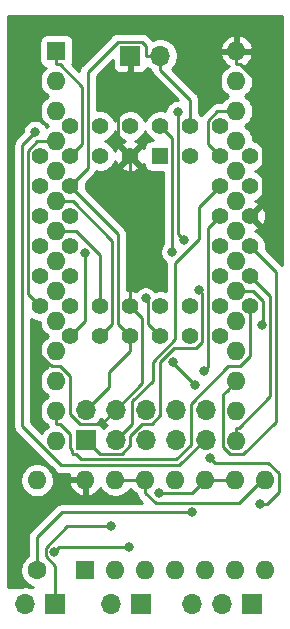
<source format=gtl>
G04 #@! TF.GenerationSoftware,KiCad,Pcbnew,(5.1.9)-1*
G04 #@! TF.CreationDate,2023-07-24T12:28:25+01:00*
G04 #@! TF.ProjectId,ezPLAv2.0_TestPCB,657a504c-4176-4322-9e30-5f5465737450,v2.0 TEST PCB*
G04 #@! TF.SameCoordinates,Original*
G04 #@! TF.FileFunction,Copper,L1,Top*
G04 #@! TF.FilePolarity,Positive*
%FSLAX46Y46*%
G04 Gerber Fmt 4.6, Leading zero omitted, Abs format (unit mm)*
G04 Created by KiCad (PCBNEW (5.1.9)-1) date 2023-07-24 12:28:25*
%MOMM*%
%LPD*%
G01*
G04 APERTURE LIST*
G04 #@! TA.AperFunction,ComponentPad*
%ADD10R,1.600000X1.600000*%
G04 #@! TD*
G04 #@! TA.AperFunction,ComponentPad*
%ADD11O,1.600000X1.600000*%
G04 #@! TD*
G04 #@! TA.AperFunction,ComponentPad*
%ADD12O,1.700000X1.700000*%
G04 #@! TD*
G04 #@! TA.AperFunction,ComponentPad*
%ADD13R,1.700000X1.700000*%
G04 #@! TD*
G04 #@! TA.AperFunction,ComponentPad*
%ADD14C,1.422400*%
G04 #@! TD*
G04 #@! TA.AperFunction,ComponentPad*
%ADD15R,1.422400X1.422400*%
G04 #@! TD*
G04 #@! TA.AperFunction,ComponentPad*
%ADD16C,1.600000*%
G04 #@! TD*
G04 #@! TA.AperFunction,ViaPad*
%ADD17C,0.800000*%
G04 #@! TD*
G04 #@! TA.AperFunction,Conductor*
%ADD18C,0.250000*%
G04 #@! TD*
G04 #@! TA.AperFunction,Conductor*
%ADD19C,0.254000*%
G04 #@! TD*
G04 #@! TA.AperFunction,Conductor*
%ADD20C,0.100000*%
G04 #@! TD*
G04 APERTURE END LIST*
D10*
X140227600Y-102617000D03*
D11*
X155467600Y-135637000D03*
X140227600Y-105157000D03*
X155467600Y-133097000D03*
X140227600Y-107697000D03*
X155467600Y-130557000D03*
X140227600Y-110237000D03*
X155467600Y-128017000D03*
X140227600Y-112777000D03*
X155467600Y-125477000D03*
X140227600Y-115317000D03*
X155467600Y-122937000D03*
X140227600Y-117857000D03*
X155467600Y-120397000D03*
X140227600Y-120397000D03*
X155467600Y-117857000D03*
X140227600Y-122937000D03*
X155467600Y-115317000D03*
X140227600Y-125477000D03*
X155467600Y-112777000D03*
X140227600Y-128017000D03*
X155467600Y-110237000D03*
X140227600Y-130557000D03*
X155467600Y-107697000D03*
X140227600Y-133097000D03*
X155467600Y-105157000D03*
X140227600Y-135637000D03*
X155467600Y-102617000D03*
D12*
X149000000Y-103000000D03*
D13*
X146460000Y-103000000D03*
D14*
X156620000Y-111500000D03*
X156620000Y-114040000D03*
X156620000Y-116580000D03*
X156620000Y-119120000D03*
X156620000Y-121660000D03*
X154080000Y-108960000D03*
X154080000Y-114040000D03*
X154080000Y-116580000D03*
X154080000Y-119120000D03*
X154080000Y-121660000D03*
X154080000Y-124200000D03*
X154080000Y-126740000D03*
X151540000Y-126740000D03*
X149000000Y-126740000D03*
X146460000Y-126740000D03*
X143920000Y-126740000D03*
X141380000Y-126740000D03*
X156620000Y-124200000D03*
X151540000Y-124200000D03*
X149000000Y-124200000D03*
X146460000Y-124200000D03*
X143920000Y-124200000D03*
X141380000Y-124200000D03*
X138840000Y-124200000D03*
X138840000Y-121660000D03*
X138840000Y-119120000D03*
X138840000Y-116580000D03*
X138840000Y-114040000D03*
X138840000Y-111500000D03*
X141380000Y-121660000D03*
X141380000Y-119120000D03*
X141380000Y-116580000D03*
X141380000Y-114040000D03*
X141380000Y-111500000D03*
X151540000Y-108960000D03*
X149000000Y-108960000D03*
X141380000Y-108960000D03*
X143920000Y-108960000D03*
X146460000Y-108960000D03*
X154080000Y-111500000D03*
X151540000Y-111500000D03*
X143920000Y-111500000D03*
X146460000Y-111500000D03*
D15*
X149000000Y-111500000D03*
D13*
X142710000Y-135540000D03*
D12*
X142710000Y-133000000D03*
X145250000Y-135540000D03*
X145250000Y-133000000D03*
X147790000Y-135540000D03*
X147790000Y-133000000D03*
X150330000Y-135540000D03*
X150330000Y-133000000D03*
X152870000Y-135540000D03*
X152870000Y-133000000D03*
D16*
X138575000Y-146575000D03*
D11*
X138575000Y-138955000D03*
D10*
X142675000Y-146525000D03*
D11*
X157915000Y-138905000D03*
X145215000Y-146525000D03*
X155375000Y-138905000D03*
X147755000Y-146525000D03*
X152835000Y-138905000D03*
X150295000Y-146525000D03*
X150295000Y-138905000D03*
X152835000Y-146525000D03*
X147755000Y-138905000D03*
X155375000Y-146525000D03*
X145215000Y-138905000D03*
X157915000Y-146525000D03*
X142675000Y-138905000D03*
D13*
X156800000Y-149425000D03*
D12*
X154260000Y-149425000D03*
X151720000Y-149425000D03*
D13*
X140125000Y-149425000D03*
D12*
X137585000Y-149425000D03*
X144835000Y-149425000D03*
D13*
X147375000Y-149425000D03*
D17*
X151975000Y-130925000D03*
X150075000Y-128925000D03*
X153250000Y-137054975D03*
X140050000Y-145025000D03*
X146350000Y-144625000D03*
X157475000Y-140925000D03*
X138426800Y-126523700D03*
X138428300Y-109478500D03*
X152293200Y-122882000D03*
X147781700Y-123557800D03*
X150036600Y-119628000D03*
X157609100Y-125800400D03*
X142650000Y-119740500D03*
X152725000Y-129675000D03*
X150487100Y-107774200D03*
X151002700Y-118617400D03*
X151675000Y-141624998D03*
X148925000Y-140050000D03*
X144840001Y-142850000D03*
D18*
X149000000Y-103000000D02*
X149000000Y-104175300D01*
X151540000Y-108960000D02*
X151540000Y-106715300D01*
X151540000Y-106715300D02*
X149000000Y-104175300D01*
X141380000Y-114040000D02*
X145415300Y-118075300D01*
X145415300Y-118075300D02*
X145415300Y-125695300D01*
X145415300Y-125695300D02*
X146460000Y-126740000D01*
X147824700Y-103000000D02*
X147824700Y-102192000D01*
X147824700Y-102192000D02*
X147457300Y-101824600D01*
X147457300Y-101824600D02*
X145417500Y-101824600D01*
X145417500Y-101824600D02*
X142873500Y-104368600D01*
X142873500Y-104368600D02*
X142873500Y-112546500D01*
X142873500Y-112546500D02*
X141380000Y-114040000D01*
X149000000Y-103000000D02*
X147824700Y-103000000D01*
X146460000Y-128040000D02*
X146460000Y-126740000D01*
X144675000Y-129825000D02*
X146460000Y-128040000D01*
X144675000Y-131035000D02*
X144675000Y-129825000D01*
X142710000Y-133000000D02*
X144675000Y-131035000D01*
X151975000Y-130925000D02*
X150075000Y-129025000D01*
X150075000Y-129025000D02*
X150075000Y-128925000D01*
X140449999Y-144625001D02*
X140050000Y-145025000D01*
X146350000Y-144625000D02*
X140449999Y-144625001D01*
X159040001Y-139925684D02*
X158040685Y-140925000D01*
X159040001Y-138364999D02*
X159040001Y-139925684D01*
X153649999Y-137454974D02*
X158129976Y-137454974D01*
X153250000Y-137054975D02*
X153649999Y-137454974D01*
X158040685Y-140925000D02*
X157475000Y-140925000D01*
X158129976Y-137454974D02*
X159040001Y-138364999D01*
X145250000Y-133000000D02*
X144033100Y-134216900D01*
X144033100Y-134216900D02*
X142234600Y-134216900D01*
X142234600Y-134216900D02*
X141353000Y-133335300D01*
X141353000Y-133335300D02*
X141353000Y-130084900D01*
X141353000Y-130084900D02*
X140555100Y-129287000D01*
X140555100Y-129287000D02*
X139828700Y-129287000D01*
X139828700Y-129287000D02*
X138426800Y-127885100D01*
X138426800Y-127885100D02*
X138426800Y-126523700D01*
X146460000Y-124200000D02*
X147506900Y-125246900D01*
X147506900Y-125246900D02*
X147506900Y-130743100D01*
X147506900Y-130743100D02*
X145250000Y-133000000D01*
X146460000Y-111500000D02*
X146460000Y-124200000D01*
X146460000Y-104175300D02*
X145418200Y-105217100D01*
X145418200Y-105217100D02*
X145418200Y-110458200D01*
X145418200Y-110458200D02*
X146460000Y-111500000D01*
X155467600Y-102617000D02*
X155467600Y-103742300D01*
X155467600Y-103742300D02*
X155748900Y-103742300D01*
X155748900Y-103742300D02*
X157675600Y-105669000D01*
X157675600Y-105669000D02*
X157675600Y-115524400D01*
X157675600Y-115524400D02*
X156620000Y-116580000D01*
X146460000Y-103000000D02*
X146460000Y-104175300D01*
X137347000Y-110559800D02*
X138428300Y-109478500D01*
X152762632Y-135540000D02*
X150629532Y-137673100D01*
X137347000Y-134370300D02*
X137347000Y-110559800D01*
X152870000Y-135540000D02*
X152762632Y-135540000D01*
X140649800Y-137673100D02*
X137347000Y-134370300D01*
X150629532Y-137673100D02*
X140649800Y-137673100D01*
X146614600Y-134175400D02*
X145250000Y-135540000D01*
X146614600Y-132272300D02*
X146614600Y-134175400D01*
X148374987Y-130511913D02*
X146614600Y-132272300D01*
X148374987Y-128915600D02*
X148374987Y-130511913D01*
X150270000Y-127020587D02*
X148374987Y-128915600D01*
X152311700Y-118545100D02*
X150270000Y-120586800D01*
X150270000Y-120586800D02*
X150270000Y-127020587D01*
X154080000Y-114040000D02*
X152311700Y-115808300D01*
X152311700Y-115808300D02*
X152311700Y-118545100D01*
X142710000Y-135540000D02*
X143890300Y-136720300D01*
X143890300Y-136720300D02*
X145734100Y-136720300D01*
X145734100Y-136720300D02*
X146464500Y-135989900D01*
X146464500Y-135201200D02*
X147490300Y-134175400D01*
X147490300Y-134175400D02*
X148315600Y-134175400D01*
X146464500Y-135989900D02*
X146464500Y-135201200D01*
X148315600Y-134175400D02*
X149024998Y-133466002D01*
X149024998Y-133466002D02*
X149024998Y-128902000D01*
X152576600Y-127236978D02*
X152576600Y-123165400D01*
X152576600Y-123165400D02*
X152293200Y-122882000D01*
X149024998Y-128902000D02*
X150150797Y-127776201D01*
X152037377Y-127776201D02*
X152576600Y-127236978D01*
X150150797Y-127776201D02*
X152037377Y-127776201D01*
X140509000Y-134222300D02*
X140227600Y-134222300D01*
X141352900Y-135066200D02*
X140509000Y-134222300D01*
X140227600Y-134222300D02*
X140227600Y-133097000D01*
X156620000Y-124200000D02*
X156620000Y-128464700D01*
X142305400Y-137171200D02*
X141849201Y-136715001D01*
X156620000Y-128464700D02*
X155797700Y-129287000D01*
X151600000Y-132475000D02*
X151600000Y-135943800D01*
X154788000Y-129287000D02*
X151600000Y-132475000D01*
X155797700Y-129287000D02*
X154788000Y-129287000D01*
X150372600Y-137171200D02*
X142305400Y-137171200D01*
X141849201Y-136715001D02*
X141599999Y-136715001D01*
X151600000Y-135943800D02*
X150372600Y-137171200D01*
X141599999Y-136715001D02*
X141534999Y-136650001D01*
X141534999Y-136650001D02*
X141534999Y-136400799D01*
X141534999Y-136400799D02*
X141352900Y-136218700D01*
X141352900Y-136218700D02*
X141352900Y-135066200D01*
X154080000Y-111500000D02*
X153022400Y-110442400D01*
X153022400Y-110442400D02*
X153022400Y-108525400D01*
X153022400Y-108525400D02*
X153850800Y-107697000D01*
X153850800Y-107697000D02*
X155467600Y-107697000D01*
X149000000Y-126740000D02*
X147963400Y-125703400D01*
X147963400Y-125703400D02*
X147963400Y-123739500D01*
X147963400Y-123739500D02*
X147781700Y-123557800D01*
X149000000Y-108960000D02*
X150036600Y-109996600D01*
X150036600Y-109996600D02*
X150036600Y-119628000D01*
X143920000Y-124200000D02*
X143920000Y-119911700D01*
X143920000Y-119911700D02*
X141865300Y-117857000D01*
X141865300Y-117857000D02*
X140227600Y-117857000D01*
X155467600Y-122937000D02*
X156832900Y-122937000D01*
X156832900Y-122937000D02*
X157705300Y-123809400D01*
X157705300Y-123809400D02*
X157705300Y-125704200D01*
X157705300Y-125704200D02*
X157609100Y-125800400D01*
X140227600Y-115317000D02*
X141592900Y-115317000D01*
X141592900Y-115317000D02*
X144964900Y-118689000D01*
X144964900Y-118689000D02*
X144964900Y-125695100D01*
X144964900Y-125695100D02*
X143920000Y-126740000D01*
X141380000Y-126740000D02*
X142650000Y-125470000D01*
X142650000Y-125470000D02*
X142650000Y-119740500D01*
X153027100Y-129372900D02*
X152725000Y-129675000D01*
X153027100Y-117632900D02*
X153027100Y-129372900D01*
X154080000Y-116580000D02*
X153027100Y-117632900D01*
X138840000Y-124200000D02*
X137802600Y-123162600D01*
X137802600Y-123162600D02*
X137802600Y-111039600D01*
X137802600Y-111039600D02*
X138605200Y-110237000D01*
X138605200Y-110237000D02*
X140227600Y-110237000D01*
X154667601Y-131356999D02*
X155467600Y-130557000D01*
X154342300Y-131682300D02*
X154667601Y-131356999D01*
X154342300Y-136176702D02*
X154342300Y-131682300D01*
X154927599Y-136762001D02*
X154342300Y-136176702D01*
X158788400Y-133981202D02*
X156007601Y-136762001D01*
X156007601Y-136762001D02*
X154927599Y-136762001D01*
X158788400Y-121288400D02*
X158788400Y-133981202D01*
X156620000Y-119120000D02*
X158788400Y-121288400D01*
X151002700Y-118617400D02*
X150487100Y-118101800D01*
X150487100Y-118101800D02*
X150487100Y-107774200D01*
X156620000Y-121660000D02*
X158338000Y-123378000D01*
X158338000Y-123378000D02*
X158338000Y-131845600D01*
X158338000Y-131845600D02*
X155671900Y-134511700D01*
X155671900Y-134511700D02*
X155467600Y-134511700D01*
X155467600Y-135637000D02*
X155467600Y-134511700D01*
X140227600Y-102617000D02*
X140227600Y-103742300D01*
X141380000Y-111500000D02*
X142423000Y-110457000D01*
X142423000Y-110457000D02*
X142423000Y-105656400D01*
X142423000Y-105656400D02*
X140508900Y-103742300D01*
X140508900Y-103742300D02*
X140227600Y-103742300D01*
X138575000Y-143750000D02*
X140700002Y-141624998D01*
X140700002Y-141624998D02*
X151675000Y-141624998D01*
X138575000Y-146575000D02*
X138575000Y-143750000D01*
X152835000Y-138905000D02*
X155375000Y-138905000D01*
X152835000Y-138905000D02*
X151690000Y-140050000D01*
X151690000Y-140050000D02*
X148925000Y-140050000D01*
X141151998Y-142850000D02*
X144840001Y-142850000D01*
X139324999Y-145373001D02*
X139324999Y-144676999D01*
X140125000Y-146173002D02*
X139324999Y-145373001D01*
X139324999Y-144676999D02*
X141151998Y-142850000D01*
X140125000Y-149425000D02*
X140125000Y-146173002D01*
X145215000Y-138905000D02*
X147755000Y-138905000D01*
X157649684Y-138905000D02*
X155654687Y-140899997D01*
X155654687Y-140899997D02*
X148618627Y-140899997D01*
X157915000Y-138905000D02*
X157649684Y-138905000D01*
X148618627Y-140899997D02*
X147755000Y-140036370D01*
X147755000Y-140036370D02*
X147755000Y-138905000D01*
D19*
X159340001Y-120762533D02*
X159328401Y-120748399D01*
X159299404Y-120724602D01*
X157943170Y-119368369D01*
X157966200Y-119252589D01*
X157966200Y-118987411D01*
X157914467Y-118727328D01*
X157812987Y-118482335D01*
X157665662Y-118261847D01*
X157478153Y-118074338D01*
X157257665Y-117927013D01*
X157069400Y-117849031D01*
X157205280Y-117799542D01*
X157308848Y-117744183D01*
X157369668Y-117509273D01*
X156620000Y-116759605D01*
X156605858Y-116773748D01*
X156426253Y-116594143D01*
X156440395Y-116580000D01*
X156799605Y-116580000D01*
X157549273Y-117329668D01*
X157784183Y-117268848D01*
X157896202Y-117028491D01*
X157959176Y-116770898D01*
X157970687Y-116505970D01*
X157930291Y-116243887D01*
X157839542Y-115994720D01*
X157784183Y-115891152D01*
X157549273Y-115830332D01*
X156799605Y-116580000D01*
X156440395Y-116580000D01*
X156426253Y-116565858D01*
X156605858Y-116386253D01*
X156620000Y-116400395D01*
X157369668Y-115650727D01*
X157308848Y-115415817D01*
X157077066Y-115307794D01*
X157257665Y-115232987D01*
X157478153Y-115085662D01*
X157665662Y-114898153D01*
X157812987Y-114677665D01*
X157914467Y-114432672D01*
X157966200Y-114172589D01*
X157966200Y-113907411D01*
X157914467Y-113647328D01*
X157812987Y-113402335D01*
X157665662Y-113181847D01*
X157478153Y-112994338D01*
X157257665Y-112847013D01*
X157071740Y-112770000D01*
X157257665Y-112692987D01*
X157478153Y-112545662D01*
X157665662Y-112358153D01*
X157812987Y-112137665D01*
X157914467Y-111892672D01*
X157966200Y-111632589D01*
X157966200Y-111367411D01*
X157914467Y-111107328D01*
X157812987Y-110862335D01*
X157665662Y-110641847D01*
X157478153Y-110454338D01*
X157257665Y-110307013D01*
X157012672Y-110205533D01*
X156902600Y-110183639D01*
X156902600Y-110095665D01*
X156847453Y-109818426D01*
X156739280Y-109557273D01*
X156582237Y-109322241D01*
X156382359Y-109122363D01*
X156149841Y-108967000D01*
X156382359Y-108811637D01*
X156582237Y-108611759D01*
X156739280Y-108376727D01*
X156847453Y-108115574D01*
X156902600Y-107838335D01*
X156902600Y-107555665D01*
X156847453Y-107278426D01*
X156739280Y-107017273D01*
X156582237Y-106782241D01*
X156382359Y-106582363D01*
X156149841Y-106427000D01*
X156382359Y-106271637D01*
X156582237Y-106071759D01*
X156739280Y-105836727D01*
X156847453Y-105575574D01*
X156902600Y-105298335D01*
X156902600Y-105015665D01*
X156847453Y-104738426D01*
X156739280Y-104477273D01*
X156582237Y-104242241D01*
X156382359Y-104042363D01*
X156147327Y-103885320D01*
X156136735Y-103880933D01*
X156322731Y-103769385D01*
X156531119Y-103580414D01*
X156698637Y-103354420D01*
X156818846Y-103100087D01*
X156859504Y-102966039D01*
X156737515Y-102744000D01*
X155594600Y-102744000D01*
X155594600Y-102764000D01*
X155340600Y-102764000D01*
X155340600Y-102744000D01*
X154197685Y-102744000D01*
X154075696Y-102966039D01*
X154116354Y-103100087D01*
X154236563Y-103354420D01*
X154404081Y-103580414D01*
X154612469Y-103769385D01*
X154798465Y-103880933D01*
X154787873Y-103885320D01*
X154552841Y-104042363D01*
X154352963Y-104242241D01*
X154195920Y-104477273D01*
X154087747Y-104738426D01*
X154032600Y-105015665D01*
X154032600Y-105298335D01*
X154087747Y-105575574D01*
X154195920Y-105836727D01*
X154352963Y-106071759D01*
X154552841Y-106271637D01*
X154785359Y-106427000D01*
X154552841Y-106582363D01*
X154352963Y-106782241D01*
X154249557Y-106937000D01*
X153888133Y-106937000D01*
X153850800Y-106933323D01*
X153813467Y-106937000D01*
X153701814Y-106947997D01*
X153558553Y-106991454D01*
X153426524Y-107062026D01*
X153310799Y-107156999D01*
X153287001Y-107185998D01*
X152511398Y-107961601D01*
X152482400Y-107985399D01*
X152476456Y-107992641D01*
X152398153Y-107914338D01*
X152300000Y-107848754D01*
X152300000Y-106752622D01*
X152303676Y-106715299D01*
X152300000Y-106677976D01*
X152300000Y-106677967D01*
X152289003Y-106566314D01*
X152245546Y-106423053D01*
X152174974Y-106291024D01*
X152151155Y-106262000D01*
X152103799Y-106204296D01*
X152103795Y-106204292D01*
X152080001Y-106175299D01*
X152051008Y-106151505D01*
X149999804Y-104100303D01*
X150153475Y-103946632D01*
X150315990Y-103703411D01*
X150427932Y-103433158D01*
X150485000Y-103146260D01*
X150485000Y-102853740D01*
X150427932Y-102566842D01*
X150315990Y-102296589D01*
X150296862Y-102267961D01*
X154075696Y-102267961D01*
X154197685Y-102490000D01*
X155340600Y-102490000D01*
X155340600Y-101346376D01*
X155594600Y-101346376D01*
X155594600Y-102490000D01*
X156737515Y-102490000D01*
X156859504Y-102267961D01*
X156818846Y-102133913D01*
X156698637Y-101879580D01*
X156531119Y-101653586D01*
X156322731Y-101464615D01*
X156081481Y-101319930D01*
X155816640Y-101225091D01*
X155594600Y-101346376D01*
X155340600Y-101346376D01*
X155118560Y-101225091D01*
X154853719Y-101319930D01*
X154612469Y-101464615D01*
X154404081Y-101653586D01*
X154236563Y-101879580D01*
X154116354Y-102133913D01*
X154075696Y-102267961D01*
X150296862Y-102267961D01*
X150153475Y-102053368D01*
X149946632Y-101846525D01*
X149703411Y-101684010D01*
X149433158Y-101572068D01*
X149146260Y-101515000D01*
X148853740Y-101515000D01*
X148566842Y-101572068D01*
X148367027Y-101654834D01*
X148364701Y-101651999D01*
X148335697Y-101628196D01*
X148021104Y-101313603D01*
X147997301Y-101284599D01*
X147881576Y-101189626D01*
X147749547Y-101119054D01*
X147606286Y-101075597D01*
X147494633Y-101064600D01*
X147494622Y-101064600D01*
X147457300Y-101060924D01*
X147419978Y-101064600D01*
X145454822Y-101064600D01*
X145417499Y-101060924D01*
X145380176Y-101064600D01*
X145380167Y-101064600D01*
X145268514Y-101075597D01*
X145125253Y-101119054D01*
X144993224Y-101189626D01*
X144877499Y-101284599D01*
X144853701Y-101313597D01*
X142362503Y-103804796D01*
X142333499Y-103828599D01*
X142286950Y-103885320D01*
X142238526Y-103944324D01*
X142186123Y-104042363D01*
X142167954Y-104076354D01*
X142124497Y-104219615D01*
X142118805Y-104277404D01*
X141577211Y-103735810D01*
X141617102Y-103661180D01*
X141653412Y-103541482D01*
X141665672Y-103417000D01*
X141665672Y-101817000D01*
X141653412Y-101692518D01*
X141617102Y-101572820D01*
X141558137Y-101462506D01*
X141478785Y-101365815D01*
X141382094Y-101286463D01*
X141271780Y-101227498D01*
X141152082Y-101191188D01*
X141027600Y-101178928D01*
X139427600Y-101178928D01*
X139303118Y-101191188D01*
X139183420Y-101227498D01*
X139073106Y-101286463D01*
X138976415Y-101365815D01*
X138897063Y-101462506D01*
X138838098Y-101572820D01*
X138801788Y-101692518D01*
X138789528Y-101817000D01*
X138789528Y-103417000D01*
X138801788Y-103541482D01*
X138838098Y-103661180D01*
X138897063Y-103771494D01*
X138976415Y-103868185D01*
X139073106Y-103947537D01*
X139183420Y-104006502D01*
X139303118Y-104042812D01*
X139311561Y-104043643D01*
X139112963Y-104242241D01*
X138955920Y-104477273D01*
X138847747Y-104738426D01*
X138792600Y-105015665D01*
X138792600Y-105298335D01*
X138847747Y-105575574D01*
X138955920Y-105836727D01*
X139112963Y-106071759D01*
X139312841Y-106271637D01*
X139545359Y-106427000D01*
X139312841Y-106582363D01*
X139112963Y-106782241D01*
X138955920Y-107017273D01*
X138847747Y-107278426D01*
X138792600Y-107555665D01*
X138792600Y-107838335D01*
X138847747Y-108115574D01*
X138955920Y-108376727D01*
X139112963Y-108611759D01*
X139312841Y-108811637D01*
X139545359Y-108967000D01*
X139381936Y-109076195D01*
X139345505Y-108988244D01*
X139232237Y-108818726D01*
X139088074Y-108674563D01*
X138918556Y-108561295D01*
X138730198Y-108483274D01*
X138530239Y-108443500D01*
X138326361Y-108443500D01*
X138126402Y-108483274D01*
X137938044Y-108561295D01*
X137768526Y-108674563D01*
X137624363Y-108818726D01*
X137511095Y-108988244D01*
X137433074Y-109176602D01*
X137393300Y-109376561D01*
X137393300Y-109438698D01*
X136835998Y-109996001D01*
X136807000Y-110019799D01*
X136783202Y-110048797D01*
X136783201Y-110048798D01*
X136712026Y-110135524D01*
X136641454Y-110267554D01*
X136597998Y-110410815D01*
X136583324Y-110559800D01*
X136587001Y-110597133D01*
X136587000Y-134332978D01*
X136583324Y-134370300D01*
X136587000Y-134407622D01*
X136587000Y-134407632D01*
X136597997Y-134519285D01*
X136636609Y-134646575D01*
X136641454Y-134662546D01*
X136712026Y-134794576D01*
X136746506Y-134836589D01*
X136806999Y-134910301D01*
X136836003Y-134934104D01*
X140086001Y-138184103D01*
X140109799Y-138213101D01*
X140138797Y-138236899D01*
X140225524Y-138308074D01*
X140357553Y-138378646D01*
X140500814Y-138422103D01*
X140649800Y-138436777D01*
X140687133Y-138433100D01*
X141327087Y-138433100D01*
X141283091Y-138555960D01*
X141404376Y-138778000D01*
X142548000Y-138778000D01*
X142548000Y-138758000D01*
X142802000Y-138758000D01*
X142802000Y-138778000D01*
X142822000Y-138778000D01*
X142822000Y-139032000D01*
X142802000Y-139032000D01*
X142802000Y-140174915D01*
X143024039Y-140296904D01*
X143158087Y-140256246D01*
X143412420Y-140136037D01*
X143638414Y-139968519D01*
X143827385Y-139760131D01*
X143938933Y-139574135D01*
X143943320Y-139584727D01*
X144100363Y-139819759D01*
X144300241Y-140019637D01*
X144535273Y-140176680D01*
X144796426Y-140284853D01*
X145073665Y-140340000D01*
X145356335Y-140340000D01*
X145633574Y-140284853D01*
X145894727Y-140176680D01*
X146129759Y-140019637D01*
X146329637Y-139819759D01*
X146433043Y-139665000D01*
X146536957Y-139665000D01*
X146640363Y-139819759D01*
X146840241Y-140019637D01*
X147000202Y-140126519D01*
X147005997Y-140185355D01*
X147049454Y-140328616D01*
X147120026Y-140460646D01*
X147132398Y-140475721D01*
X147214999Y-140576371D01*
X147244002Y-140600173D01*
X147508827Y-140864998D01*
X140737327Y-140864998D01*
X140700002Y-140861322D01*
X140662677Y-140864998D01*
X140662669Y-140864998D01*
X140551016Y-140875995D01*
X140407755Y-140919452D01*
X140275726Y-140990024D01*
X140160001Y-141084997D01*
X140136203Y-141113995D01*
X138063998Y-143186201D01*
X138035000Y-143209999D01*
X138011202Y-143238997D01*
X138011201Y-143238998D01*
X137940026Y-143325724D01*
X137869454Y-143457754D01*
X137853675Y-143509774D01*
X137825998Y-143601014D01*
X137815481Y-143707795D01*
X137811324Y-143750000D01*
X137815001Y-143787332D01*
X137815000Y-145356956D01*
X137660241Y-145460363D01*
X137460363Y-145660241D01*
X137303320Y-145895273D01*
X137195147Y-146156426D01*
X137140000Y-146433665D01*
X137140000Y-146716335D01*
X137195147Y-146993574D01*
X137303320Y-147254727D01*
X137460363Y-147489759D01*
X137660241Y-147689637D01*
X137895273Y-147846680D01*
X138156426Y-147954853D01*
X138247656Y-147973000D01*
X137897161Y-147973000D01*
X137731260Y-147940000D01*
X137438740Y-147940000D01*
X137272839Y-147973000D01*
X136160000Y-147973000D01*
X136160000Y-138813665D01*
X137140000Y-138813665D01*
X137140000Y-139096335D01*
X137195147Y-139373574D01*
X137303320Y-139634727D01*
X137460363Y-139869759D01*
X137660241Y-140069637D01*
X137895273Y-140226680D01*
X138156426Y-140334853D01*
X138433665Y-140390000D01*
X138716335Y-140390000D01*
X138993574Y-140334853D01*
X139254727Y-140226680D01*
X139489759Y-140069637D01*
X139689637Y-139869759D01*
X139846680Y-139634727D01*
X139954853Y-139373574D01*
X139978630Y-139254040D01*
X141283091Y-139254040D01*
X141377930Y-139518881D01*
X141522615Y-139760131D01*
X141711586Y-139968519D01*
X141937580Y-140136037D01*
X142191913Y-140256246D01*
X142325961Y-140296904D01*
X142548000Y-140174915D01*
X142548000Y-139032000D01*
X141404376Y-139032000D01*
X141283091Y-139254040D01*
X139978630Y-139254040D01*
X140010000Y-139096335D01*
X140010000Y-138813665D01*
X139954853Y-138536426D01*
X139846680Y-138275273D01*
X139689637Y-138040241D01*
X139489759Y-137840363D01*
X139254727Y-137683320D01*
X138993574Y-137575147D01*
X138716335Y-137520000D01*
X138433665Y-137520000D01*
X138156426Y-137575147D01*
X137895273Y-137683320D01*
X137660241Y-137840363D01*
X137460363Y-138040241D01*
X137303320Y-138275273D01*
X137195147Y-138536426D01*
X137140000Y-138813665D01*
X136160000Y-138813665D01*
X136160000Y-99660000D01*
X159340001Y-99660000D01*
X159340001Y-120762533D01*
G04 #@! TA.AperFunction,Conductor*
D20*
G36*
X159340001Y-120762533D02*
G01*
X159328401Y-120748399D01*
X159299404Y-120724602D01*
X157943170Y-119368369D01*
X157966200Y-119252589D01*
X157966200Y-118987411D01*
X157914467Y-118727328D01*
X157812987Y-118482335D01*
X157665662Y-118261847D01*
X157478153Y-118074338D01*
X157257665Y-117927013D01*
X157069400Y-117849031D01*
X157205280Y-117799542D01*
X157308848Y-117744183D01*
X157369668Y-117509273D01*
X156620000Y-116759605D01*
X156605858Y-116773748D01*
X156426253Y-116594143D01*
X156440395Y-116580000D01*
X156799605Y-116580000D01*
X157549273Y-117329668D01*
X157784183Y-117268848D01*
X157896202Y-117028491D01*
X157959176Y-116770898D01*
X157970687Y-116505970D01*
X157930291Y-116243887D01*
X157839542Y-115994720D01*
X157784183Y-115891152D01*
X157549273Y-115830332D01*
X156799605Y-116580000D01*
X156440395Y-116580000D01*
X156426253Y-116565858D01*
X156605858Y-116386253D01*
X156620000Y-116400395D01*
X157369668Y-115650727D01*
X157308848Y-115415817D01*
X157077066Y-115307794D01*
X157257665Y-115232987D01*
X157478153Y-115085662D01*
X157665662Y-114898153D01*
X157812987Y-114677665D01*
X157914467Y-114432672D01*
X157966200Y-114172589D01*
X157966200Y-113907411D01*
X157914467Y-113647328D01*
X157812987Y-113402335D01*
X157665662Y-113181847D01*
X157478153Y-112994338D01*
X157257665Y-112847013D01*
X157071740Y-112770000D01*
X157257665Y-112692987D01*
X157478153Y-112545662D01*
X157665662Y-112358153D01*
X157812987Y-112137665D01*
X157914467Y-111892672D01*
X157966200Y-111632589D01*
X157966200Y-111367411D01*
X157914467Y-111107328D01*
X157812987Y-110862335D01*
X157665662Y-110641847D01*
X157478153Y-110454338D01*
X157257665Y-110307013D01*
X157012672Y-110205533D01*
X156902600Y-110183639D01*
X156902600Y-110095665D01*
X156847453Y-109818426D01*
X156739280Y-109557273D01*
X156582237Y-109322241D01*
X156382359Y-109122363D01*
X156149841Y-108967000D01*
X156382359Y-108811637D01*
X156582237Y-108611759D01*
X156739280Y-108376727D01*
X156847453Y-108115574D01*
X156902600Y-107838335D01*
X156902600Y-107555665D01*
X156847453Y-107278426D01*
X156739280Y-107017273D01*
X156582237Y-106782241D01*
X156382359Y-106582363D01*
X156149841Y-106427000D01*
X156382359Y-106271637D01*
X156582237Y-106071759D01*
X156739280Y-105836727D01*
X156847453Y-105575574D01*
X156902600Y-105298335D01*
X156902600Y-105015665D01*
X156847453Y-104738426D01*
X156739280Y-104477273D01*
X156582237Y-104242241D01*
X156382359Y-104042363D01*
X156147327Y-103885320D01*
X156136735Y-103880933D01*
X156322731Y-103769385D01*
X156531119Y-103580414D01*
X156698637Y-103354420D01*
X156818846Y-103100087D01*
X156859504Y-102966039D01*
X156737515Y-102744000D01*
X155594600Y-102744000D01*
X155594600Y-102764000D01*
X155340600Y-102764000D01*
X155340600Y-102744000D01*
X154197685Y-102744000D01*
X154075696Y-102966039D01*
X154116354Y-103100087D01*
X154236563Y-103354420D01*
X154404081Y-103580414D01*
X154612469Y-103769385D01*
X154798465Y-103880933D01*
X154787873Y-103885320D01*
X154552841Y-104042363D01*
X154352963Y-104242241D01*
X154195920Y-104477273D01*
X154087747Y-104738426D01*
X154032600Y-105015665D01*
X154032600Y-105298335D01*
X154087747Y-105575574D01*
X154195920Y-105836727D01*
X154352963Y-106071759D01*
X154552841Y-106271637D01*
X154785359Y-106427000D01*
X154552841Y-106582363D01*
X154352963Y-106782241D01*
X154249557Y-106937000D01*
X153888133Y-106937000D01*
X153850800Y-106933323D01*
X153813467Y-106937000D01*
X153701814Y-106947997D01*
X153558553Y-106991454D01*
X153426524Y-107062026D01*
X153310799Y-107156999D01*
X153287001Y-107185998D01*
X152511398Y-107961601D01*
X152482400Y-107985399D01*
X152476456Y-107992641D01*
X152398153Y-107914338D01*
X152300000Y-107848754D01*
X152300000Y-106752622D01*
X152303676Y-106715299D01*
X152300000Y-106677976D01*
X152300000Y-106677967D01*
X152289003Y-106566314D01*
X152245546Y-106423053D01*
X152174974Y-106291024D01*
X152151155Y-106262000D01*
X152103799Y-106204296D01*
X152103795Y-106204292D01*
X152080001Y-106175299D01*
X152051008Y-106151505D01*
X149999804Y-104100303D01*
X150153475Y-103946632D01*
X150315990Y-103703411D01*
X150427932Y-103433158D01*
X150485000Y-103146260D01*
X150485000Y-102853740D01*
X150427932Y-102566842D01*
X150315990Y-102296589D01*
X150296862Y-102267961D01*
X154075696Y-102267961D01*
X154197685Y-102490000D01*
X155340600Y-102490000D01*
X155340600Y-101346376D01*
X155594600Y-101346376D01*
X155594600Y-102490000D01*
X156737515Y-102490000D01*
X156859504Y-102267961D01*
X156818846Y-102133913D01*
X156698637Y-101879580D01*
X156531119Y-101653586D01*
X156322731Y-101464615D01*
X156081481Y-101319930D01*
X155816640Y-101225091D01*
X155594600Y-101346376D01*
X155340600Y-101346376D01*
X155118560Y-101225091D01*
X154853719Y-101319930D01*
X154612469Y-101464615D01*
X154404081Y-101653586D01*
X154236563Y-101879580D01*
X154116354Y-102133913D01*
X154075696Y-102267961D01*
X150296862Y-102267961D01*
X150153475Y-102053368D01*
X149946632Y-101846525D01*
X149703411Y-101684010D01*
X149433158Y-101572068D01*
X149146260Y-101515000D01*
X148853740Y-101515000D01*
X148566842Y-101572068D01*
X148367027Y-101654834D01*
X148364701Y-101651999D01*
X148335697Y-101628196D01*
X148021104Y-101313603D01*
X147997301Y-101284599D01*
X147881576Y-101189626D01*
X147749547Y-101119054D01*
X147606286Y-101075597D01*
X147494633Y-101064600D01*
X147494622Y-101064600D01*
X147457300Y-101060924D01*
X147419978Y-101064600D01*
X145454822Y-101064600D01*
X145417499Y-101060924D01*
X145380176Y-101064600D01*
X145380167Y-101064600D01*
X145268514Y-101075597D01*
X145125253Y-101119054D01*
X144993224Y-101189626D01*
X144877499Y-101284599D01*
X144853701Y-101313597D01*
X142362503Y-103804796D01*
X142333499Y-103828599D01*
X142286950Y-103885320D01*
X142238526Y-103944324D01*
X142186123Y-104042363D01*
X142167954Y-104076354D01*
X142124497Y-104219615D01*
X142118805Y-104277404D01*
X141577211Y-103735810D01*
X141617102Y-103661180D01*
X141653412Y-103541482D01*
X141665672Y-103417000D01*
X141665672Y-101817000D01*
X141653412Y-101692518D01*
X141617102Y-101572820D01*
X141558137Y-101462506D01*
X141478785Y-101365815D01*
X141382094Y-101286463D01*
X141271780Y-101227498D01*
X141152082Y-101191188D01*
X141027600Y-101178928D01*
X139427600Y-101178928D01*
X139303118Y-101191188D01*
X139183420Y-101227498D01*
X139073106Y-101286463D01*
X138976415Y-101365815D01*
X138897063Y-101462506D01*
X138838098Y-101572820D01*
X138801788Y-101692518D01*
X138789528Y-101817000D01*
X138789528Y-103417000D01*
X138801788Y-103541482D01*
X138838098Y-103661180D01*
X138897063Y-103771494D01*
X138976415Y-103868185D01*
X139073106Y-103947537D01*
X139183420Y-104006502D01*
X139303118Y-104042812D01*
X139311561Y-104043643D01*
X139112963Y-104242241D01*
X138955920Y-104477273D01*
X138847747Y-104738426D01*
X138792600Y-105015665D01*
X138792600Y-105298335D01*
X138847747Y-105575574D01*
X138955920Y-105836727D01*
X139112963Y-106071759D01*
X139312841Y-106271637D01*
X139545359Y-106427000D01*
X139312841Y-106582363D01*
X139112963Y-106782241D01*
X138955920Y-107017273D01*
X138847747Y-107278426D01*
X138792600Y-107555665D01*
X138792600Y-107838335D01*
X138847747Y-108115574D01*
X138955920Y-108376727D01*
X139112963Y-108611759D01*
X139312841Y-108811637D01*
X139545359Y-108967000D01*
X139381936Y-109076195D01*
X139345505Y-108988244D01*
X139232237Y-108818726D01*
X139088074Y-108674563D01*
X138918556Y-108561295D01*
X138730198Y-108483274D01*
X138530239Y-108443500D01*
X138326361Y-108443500D01*
X138126402Y-108483274D01*
X137938044Y-108561295D01*
X137768526Y-108674563D01*
X137624363Y-108818726D01*
X137511095Y-108988244D01*
X137433074Y-109176602D01*
X137393300Y-109376561D01*
X137393300Y-109438698D01*
X136835998Y-109996001D01*
X136807000Y-110019799D01*
X136783202Y-110048797D01*
X136783201Y-110048798D01*
X136712026Y-110135524D01*
X136641454Y-110267554D01*
X136597998Y-110410815D01*
X136583324Y-110559800D01*
X136587001Y-110597133D01*
X136587000Y-134332978D01*
X136583324Y-134370300D01*
X136587000Y-134407622D01*
X136587000Y-134407632D01*
X136597997Y-134519285D01*
X136636609Y-134646575D01*
X136641454Y-134662546D01*
X136712026Y-134794576D01*
X136746506Y-134836589D01*
X136806999Y-134910301D01*
X136836003Y-134934104D01*
X140086001Y-138184103D01*
X140109799Y-138213101D01*
X140138797Y-138236899D01*
X140225524Y-138308074D01*
X140357553Y-138378646D01*
X140500814Y-138422103D01*
X140649800Y-138436777D01*
X140687133Y-138433100D01*
X141327087Y-138433100D01*
X141283091Y-138555960D01*
X141404376Y-138778000D01*
X142548000Y-138778000D01*
X142548000Y-138758000D01*
X142802000Y-138758000D01*
X142802000Y-138778000D01*
X142822000Y-138778000D01*
X142822000Y-139032000D01*
X142802000Y-139032000D01*
X142802000Y-140174915D01*
X143024039Y-140296904D01*
X143158087Y-140256246D01*
X143412420Y-140136037D01*
X143638414Y-139968519D01*
X143827385Y-139760131D01*
X143938933Y-139574135D01*
X143943320Y-139584727D01*
X144100363Y-139819759D01*
X144300241Y-140019637D01*
X144535273Y-140176680D01*
X144796426Y-140284853D01*
X145073665Y-140340000D01*
X145356335Y-140340000D01*
X145633574Y-140284853D01*
X145894727Y-140176680D01*
X146129759Y-140019637D01*
X146329637Y-139819759D01*
X146433043Y-139665000D01*
X146536957Y-139665000D01*
X146640363Y-139819759D01*
X146840241Y-140019637D01*
X147000202Y-140126519D01*
X147005997Y-140185355D01*
X147049454Y-140328616D01*
X147120026Y-140460646D01*
X147132398Y-140475721D01*
X147214999Y-140576371D01*
X147244002Y-140600173D01*
X147508827Y-140864998D01*
X140737327Y-140864998D01*
X140700002Y-140861322D01*
X140662677Y-140864998D01*
X140662669Y-140864998D01*
X140551016Y-140875995D01*
X140407755Y-140919452D01*
X140275726Y-140990024D01*
X140160001Y-141084997D01*
X140136203Y-141113995D01*
X138063998Y-143186201D01*
X138035000Y-143209999D01*
X138011202Y-143238997D01*
X138011201Y-143238998D01*
X137940026Y-143325724D01*
X137869454Y-143457754D01*
X137853675Y-143509774D01*
X137825998Y-143601014D01*
X137815481Y-143707795D01*
X137811324Y-143750000D01*
X137815001Y-143787332D01*
X137815000Y-145356956D01*
X137660241Y-145460363D01*
X137460363Y-145660241D01*
X137303320Y-145895273D01*
X137195147Y-146156426D01*
X137140000Y-146433665D01*
X137140000Y-146716335D01*
X137195147Y-146993574D01*
X137303320Y-147254727D01*
X137460363Y-147489759D01*
X137660241Y-147689637D01*
X137895273Y-147846680D01*
X138156426Y-147954853D01*
X138247656Y-147973000D01*
X137897161Y-147973000D01*
X137731260Y-147940000D01*
X137438740Y-147940000D01*
X137272839Y-147973000D01*
X136160000Y-147973000D01*
X136160000Y-138813665D01*
X137140000Y-138813665D01*
X137140000Y-139096335D01*
X137195147Y-139373574D01*
X137303320Y-139634727D01*
X137460363Y-139869759D01*
X137660241Y-140069637D01*
X137895273Y-140226680D01*
X138156426Y-140334853D01*
X138433665Y-140390000D01*
X138716335Y-140390000D01*
X138993574Y-140334853D01*
X139254727Y-140226680D01*
X139489759Y-140069637D01*
X139689637Y-139869759D01*
X139846680Y-139634727D01*
X139954853Y-139373574D01*
X139978630Y-139254040D01*
X141283091Y-139254040D01*
X141377930Y-139518881D01*
X141522615Y-139760131D01*
X141711586Y-139968519D01*
X141937580Y-140136037D01*
X142191913Y-140256246D01*
X142325961Y-140296904D01*
X142548000Y-140174915D01*
X142548000Y-139032000D01*
X141404376Y-139032000D01*
X141283091Y-139254040D01*
X139978630Y-139254040D01*
X140010000Y-139096335D01*
X140010000Y-138813665D01*
X139954853Y-138536426D01*
X139846680Y-138275273D01*
X139689637Y-138040241D01*
X139489759Y-137840363D01*
X139254727Y-137683320D01*
X138993574Y-137575147D01*
X138716335Y-137520000D01*
X138433665Y-137520000D01*
X138156426Y-137575147D01*
X137895273Y-137683320D01*
X137660241Y-137840363D01*
X137460363Y-138040241D01*
X137303320Y-138275273D01*
X137195147Y-138536426D01*
X137140000Y-138813665D01*
X136160000Y-138813665D01*
X136160000Y-99660000D01*
X159340001Y-99660000D01*
X159340001Y-120762533D01*
G37*
G04 #@! TD.AperFunction*
D19*
X138202335Y-125392987D02*
X138447328Y-125494467D01*
X138707411Y-125546200D01*
X138792600Y-125546200D01*
X138792600Y-125618335D01*
X138847747Y-125895574D01*
X138955920Y-126156727D01*
X139112963Y-126391759D01*
X139312841Y-126591637D01*
X139545359Y-126747000D01*
X139312841Y-126902363D01*
X139112963Y-127102241D01*
X138955920Y-127337273D01*
X138847747Y-127598426D01*
X138792600Y-127875665D01*
X138792600Y-128158335D01*
X138847747Y-128435574D01*
X138955920Y-128696727D01*
X139112963Y-128931759D01*
X139312841Y-129131637D01*
X139545359Y-129287000D01*
X139312841Y-129442363D01*
X139112963Y-129642241D01*
X138955920Y-129877273D01*
X138847747Y-130138426D01*
X138792600Y-130415665D01*
X138792600Y-130698335D01*
X138847747Y-130975574D01*
X138955920Y-131236727D01*
X139112963Y-131471759D01*
X139312841Y-131671637D01*
X139545359Y-131827000D01*
X139312841Y-131982363D01*
X139112963Y-132182241D01*
X138955920Y-132417273D01*
X138847747Y-132678426D01*
X138792600Y-132955665D01*
X138792600Y-133238335D01*
X138847747Y-133515574D01*
X138955920Y-133776727D01*
X139112963Y-134011759D01*
X139312841Y-134211637D01*
X139473442Y-134318947D01*
X139478597Y-134371286D01*
X139488767Y-134404813D01*
X139312841Y-134522363D01*
X139112963Y-134722241D01*
X138977090Y-134925589D01*
X138107000Y-134055499D01*
X138107000Y-125329286D01*
X138202335Y-125392987D01*
G04 #@! TA.AperFunction,Conductor*
D20*
G36*
X138202335Y-125392987D02*
G01*
X138447328Y-125494467D01*
X138707411Y-125546200D01*
X138792600Y-125546200D01*
X138792600Y-125618335D01*
X138847747Y-125895574D01*
X138955920Y-126156727D01*
X139112963Y-126391759D01*
X139312841Y-126591637D01*
X139545359Y-126747000D01*
X139312841Y-126902363D01*
X139112963Y-127102241D01*
X138955920Y-127337273D01*
X138847747Y-127598426D01*
X138792600Y-127875665D01*
X138792600Y-128158335D01*
X138847747Y-128435574D01*
X138955920Y-128696727D01*
X139112963Y-128931759D01*
X139312841Y-129131637D01*
X139545359Y-129287000D01*
X139312841Y-129442363D01*
X139112963Y-129642241D01*
X138955920Y-129877273D01*
X138847747Y-130138426D01*
X138792600Y-130415665D01*
X138792600Y-130698335D01*
X138847747Y-130975574D01*
X138955920Y-131236727D01*
X139112963Y-131471759D01*
X139312841Y-131671637D01*
X139545359Y-131827000D01*
X139312841Y-131982363D01*
X139112963Y-132182241D01*
X138955920Y-132417273D01*
X138847747Y-132678426D01*
X138792600Y-132955665D01*
X138792600Y-133238335D01*
X138847747Y-133515574D01*
X138955920Y-133776727D01*
X139112963Y-134011759D01*
X139312841Y-134211637D01*
X139473442Y-134318947D01*
X139478597Y-134371286D01*
X139488767Y-134404813D01*
X139312841Y-134522363D01*
X139112963Y-134722241D01*
X138977090Y-134925589D01*
X138107000Y-134055499D01*
X138107000Y-125329286D01*
X138202335Y-125392987D01*
G37*
G04 #@! TD.AperFunction*
D19*
X144054822Y-133881355D02*
X144249731Y-134097588D01*
X144479406Y-134268900D01*
X144303368Y-134386525D01*
X144171513Y-134518380D01*
X144149502Y-134445820D01*
X144090537Y-134335506D01*
X144011185Y-134238815D01*
X143914494Y-134159463D01*
X143804180Y-134100498D01*
X143731620Y-134078487D01*
X143863475Y-133946632D01*
X143985195Y-133764466D01*
X144054822Y-133881355D01*
G04 #@! TA.AperFunction,Conductor*
D20*
G36*
X144054822Y-133881355D02*
G01*
X144249731Y-134097588D01*
X144479406Y-134268900D01*
X144303368Y-134386525D01*
X144171513Y-134518380D01*
X144149502Y-134445820D01*
X144090537Y-134335506D01*
X144011185Y-134238815D01*
X143914494Y-134159463D01*
X143804180Y-134100498D01*
X143731620Y-134078487D01*
X143863475Y-133946632D01*
X143985195Y-133764466D01*
X144054822Y-133881355D01*
G37*
G04 #@! TD.AperFunction*
D19*
X145377000Y-132873000D02*
X145397000Y-132873000D01*
X145397000Y-133127000D01*
X145377000Y-133127000D01*
X145377000Y-133147000D01*
X145123000Y-133147000D01*
X145123000Y-133127000D01*
X145103000Y-133127000D01*
X145103000Y-132873000D01*
X145123000Y-132873000D01*
X145123000Y-132853000D01*
X145377000Y-132853000D01*
X145377000Y-132873000D01*
G04 #@! TA.AperFunction,Conductor*
D20*
G36*
X145377000Y-132873000D02*
G01*
X145397000Y-132873000D01*
X145397000Y-133127000D01*
X145377000Y-133127000D01*
X145377000Y-133147000D01*
X145123000Y-133147000D01*
X145123000Y-133127000D01*
X145103000Y-133127000D01*
X145103000Y-132873000D01*
X145123000Y-132873000D01*
X145123000Y-132853000D01*
X145377000Y-132853000D01*
X145377000Y-132873000D01*
G37*
G04 #@! TD.AperFunction*
D19*
X146653748Y-124185858D02*
X146639605Y-124200000D01*
X146653748Y-124214143D01*
X146474143Y-124393748D01*
X146460000Y-124379605D01*
X146445858Y-124393748D01*
X146266253Y-124214143D01*
X146280395Y-124200000D01*
X146266253Y-124185858D01*
X146445858Y-124006253D01*
X146460000Y-124020395D01*
X146474143Y-124006253D01*
X146653748Y-124185858D01*
G04 #@! TA.AperFunction,Conductor*
D20*
G36*
X146653748Y-124185858D02*
G01*
X146639605Y-124200000D01*
X146653748Y-124214143D01*
X146474143Y-124393748D01*
X146460000Y-124379605D01*
X146445858Y-124393748D01*
X146266253Y-124214143D01*
X146280395Y-124200000D01*
X146266253Y-124185858D01*
X146445858Y-124006253D01*
X146460000Y-124020395D01*
X146474143Y-124006253D01*
X146653748Y-124185858D01*
G37*
G04 #@! TD.AperFunction*
D19*
X147807013Y-109597665D02*
X147954338Y-109818153D01*
X148141847Y-110005662D01*
X148358954Y-110150728D01*
X148288800Y-110150728D01*
X148164318Y-110162988D01*
X148044620Y-110199298D01*
X147934306Y-110258263D01*
X147837615Y-110337615D01*
X147758263Y-110434306D01*
X147699298Y-110544620D01*
X147662988Y-110664318D01*
X147650728Y-110788800D01*
X147650728Y-110860814D01*
X147624183Y-110811152D01*
X147389273Y-110750332D01*
X146639605Y-111500000D01*
X147389273Y-112249668D01*
X147624183Y-112188848D01*
X147650728Y-112131891D01*
X147650728Y-112211200D01*
X147662988Y-112335682D01*
X147699298Y-112455380D01*
X147758263Y-112565694D01*
X147837615Y-112662385D01*
X147934306Y-112741737D01*
X148044620Y-112800702D01*
X148164318Y-112837012D01*
X148288800Y-112849272D01*
X149276600Y-112849272D01*
X149276601Y-118924288D01*
X149232663Y-118968226D01*
X149119395Y-119137744D01*
X149041374Y-119326102D01*
X149001600Y-119526061D01*
X149001600Y-119729939D01*
X149041374Y-119929898D01*
X149119395Y-120118256D01*
X149232663Y-120287774D01*
X149376826Y-120431937D01*
X149512638Y-120522683D01*
X149510000Y-120549468D01*
X149510000Y-120549478D01*
X149506324Y-120586800D01*
X149510000Y-120624123D01*
X149510000Y-122954132D01*
X149392672Y-122905533D01*
X149132589Y-122853800D01*
X148867411Y-122853800D01*
X148607328Y-122905533D01*
X148594268Y-122910943D01*
X148585637Y-122898026D01*
X148441474Y-122753863D01*
X148271956Y-122640595D01*
X148083598Y-122562574D01*
X147883639Y-122522800D01*
X147679761Y-122522800D01*
X147479802Y-122562574D01*
X147291444Y-122640595D01*
X147121926Y-122753863D01*
X146977763Y-122898026D01*
X146948183Y-122942296D01*
X146908491Y-122923798D01*
X146650898Y-122860824D01*
X146385970Y-122849313D01*
X146175300Y-122881784D01*
X146175300Y-118112622D01*
X146178976Y-118075300D01*
X146175300Y-118037977D01*
X146175300Y-118037967D01*
X146164303Y-117926314D01*
X146120846Y-117783053D01*
X146080737Y-117708015D01*
X146050274Y-117651023D01*
X145979099Y-117564297D01*
X145955301Y-117535299D01*
X145926304Y-117511502D01*
X142703170Y-114288369D01*
X142726200Y-114172589D01*
X142726200Y-113907411D01*
X142703170Y-113791631D01*
X143384503Y-113110299D01*
X143413501Y-113086501D01*
X143439832Y-113054417D01*
X143508474Y-112970777D01*
X143579046Y-112838747D01*
X143587678Y-112810291D01*
X143588771Y-112806689D01*
X143787411Y-112846200D01*
X144052589Y-112846200D01*
X144312672Y-112794467D01*
X144557665Y-112692987D01*
X144778153Y-112545662D01*
X144894542Y-112429273D01*
X145710332Y-112429273D01*
X145771152Y-112664183D01*
X146011509Y-112776202D01*
X146269102Y-112839176D01*
X146534030Y-112850687D01*
X146796113Y-112810291D01*
X147045280Y-112719542D01*
X147148848Y-112664183D01*
X147209668Y-112429273D01*
X146460000Y-111679605D01*
X145710332Y-112429273D01*
X144894542Y-112429273D01*
X144965662Y-112358153D01*
X145112987Y-112137665D01*
X145190969Y-111949400D01*
X145240458Y-112085280D01*
X145295817Y-112188848D01*
X145530727Y-112249668D01*
X146280395Y-111500000D01*
X145530727Y-110750332D01*
X145295817Y-110811152D01*
X145187794Y-111042934D01*
X145112987Y-110862335D01*
X144965662Y-110641847D01*
X144778153Y-110454338D01*
X144557665Y-110307013D01*
X144371740Y-110230000D01*
X144557665Y-110152987D01*
X144778153Y-110005662D01*
X144965662Y-109818153D01*
X145112987Y-109597665D01*
X145190000Y-109411740D01*
X145267013Y-109597665D01*
X145414338Y-109818153D01*
X145601847Y-110005662D01*
X145822335Y-110152987D01*
X146010600Y-110230969D01*
X145874720Y-110280458D01*
X145771152Y-110335817D01*
X145710332Y-110570727D01*
X146460000Y-111320395D01*
X147209668Y-110570727D01*
X147148848Y-110335817D01*
X146917066Y-110227794D01*
X147097665Y-110152987D01*
X147318153Y-110005662D01*
X147505662Y-109818153D01*
X147652987Y-109597665D01*
X147730000Y-109411740D01*
X147807013Y-109597665D01*
G04 #@! TA.AperFunction,Conductor*
D20*
G36*
X147807013Y-109597665D02*
G01*
X147954338Y-109818153D01*
X148141847Y-110005662D01*
X148358954Y-110150728D01*
X148288800Y-110150728D01*
X148164318Y-110162988D01*
X148044620Y-110199298D01*
X147934306Y-110258263D01*
X147837615Y-110337615D01*
X147758263Y-110434306D01*
X147699298Y-110544620D01*
X147662988Y-110664318D01*
X147650728Y-110788800D01*
X147650728Y-110860814D01*
X147624183Y-110811152D01*
X147389273Y-110750332D01*
X146639605Y-111500000D01*
X147389273Y-112249668D01*
X147624183Y-112188848D01*
X147650728Y-112131891D01*
X147650728Y-112211200D01*
X147662988Y-112335682D01*
X147699298Y-112455380D01*
X147758263Y-112565694D01*
X147837615Y-112662385D01*
X147934306Y-112741737D01*
X148044620Y-112800702D01*
X148164318Y-112837012D01*
X148288800Y-112849272D01*
X149276600Y-112849272D01*
X149276601Y-118924288D01*
X149232663Y-118968226D01*
X149119395Y-119137744D01*
X149041374Y-119326102D01*
X149001600Y-119526061D01*
X149001600Y-119729939D01*
X149041374Y-119929898D01*
X149119395Y-120118256D01*
X149232663Y-120287774D01*
X149376826Y-120431937D01*
X149512638Y-120522683D01*
X149510000Y-120549468D01*
X149510000Y-120549478D01*
X149506324Y-120586800D01*
X149510000Y-120624123D01*
X149510000Y-122954132D01*
X149392672Y-122905533D01*
X149132589Y-122853800D01*
X148867411Y-122853800D01*
X148607328Y-122905533D01*
X148594268Y-122910943D01*
X148585637Y-122898026D01*
X148441474Y-122753863D01*
X148271956Y-122640595D01*
X148083598Y-122562574D01*
X147883639Y-122522800D01*
X147679761Y-122522800D01*
X147479802Y-122562574D01*
X147291444Y-122640595D01*
X147121926Y-122753863D01*
X146977763Y-122898026D01*
X146948183Y-122942296D01*
X146908491Y-122923798D01*
X146650898Y-122860824D01*
X146385970Y-122849313D01*
X146175300Y-122881784D01*
X146175300Y-118112622D01*
X146178976Y-118075300D01*
X146175300Y-118037977D01*
X146175300Y-118037967D01*
X146164303Y-117926314D01*
X146120846Y-117783053D01*
X146080737Y-117708015D01*
X146050274Y-117651023D01*
X145979099Y-117564297D01*
X145955301Y-117535299D01*
X145926304Y-117511502D01*
X142703170Y-114288369D01*
X142726200Y-114172589D01*
X142726200Y-113907411D01*
X142703170Y-113791631D01*
X143384503Y-113110299D01*
X143413501Y-113086501D01*
X143439832Y-113054417D01*
X143508474Y-112970777D01*
X143579046Y-112838747D01*
X143587678Y-112810291D01*
X143588771Y-112806689D01*
X143787411Y-112846200D01*
X144052589Y-112846200D01*
X144312672Y-112794467D01*
X144557665Y-112692987D01*
X144778153Y-112545662D01*
X144894542Y-112429273D01*
X145710332Y-112429273D01*
X145771152Y-112664183D01*
X146011509Y-112776202D01*
X146269102Y-112839176D01*
X146534030Y-112850687D01*
X146796113Y-112810291D01*
X147045280Y-112719542D01*
X147148848Y-112664183D01*
X147209668Y-112429273D01*
X146460000Y-111679605D01*
X145710332Y-112429273D01*
X144894542Y-112429273D01*
X144965662Y-112358153D01*
X145112987Y-112137665D01*
X145190969Y-111949400D01*
X145240458Y-112085280D01*
X145295817Y-112188848D01*
X145530727Y-112249668D01*
X146280395Y-111500000D01*
X145530727Y-110750332D01*
X145295817Y-110811152D01*
X145187794Y-111042934D01*
X145112987Y-110862335D01*
X144965662Y-110641847D01*
X144778153Y-110454338D01*
X144557665Y-110307013D01*
X144371740Y-110230000D01*
X144557665Y-110152987D01*
X144778153Y-110005662D01*
X144965662Y-109818153D01*
X145112987Y-109597665D01*
X145190000Y-109411740D01*
X145267013Y-109597665D01*
X145414338Y-109818153D01*
X145601847Y-110005662D01*
X145822335Y-110152987D01*
X146010600Y-110230969D01*
X145874720Y-110280458D01*
X145771152Y-110335817D01*
X145710332Y-110570727D01*
X146460000Y-111320395D01*
X147209668Y-110570727D01*
X147148848Y-110335817D01*
X146917066Y-110227794D01*
X147097665Y-110152987D01*
X147318153Y-110005662D01*
X147505662Y-109818153D01*
X147652987Y-109597665D01*
X147730000Y-109411740D01*
X147807013Y-109597665D01*
G37*
G04 #@! TD.AperFunction*
D19*
X139033748Y-121645858D02*
X139019605Y-121660000D01*
X139033748Y-121674143D01*
X138854143Y-121853748D01*
X138840000Y-121839605D01*
X138825858Y-121853748D01*
X138646253Y-121674143D01*
X138660395Y-121660000D01*
X138646253Y-121645858D01*
X138825858Y-121466253D01*
X138840000Y-121480395D01*
X138854143Y-121466253D01*
X139033748Y-121645858D01*
G04 #@! TA.AperFunction,Conductor*
D20*
G36*
X139033748Y-121645858D02*
G01*
X139019605Y-121660000D01*
X139033748Y-121674143D01*
X138854143Y-121853748D01*
X138840000Y-121839605D01*
X138825858Y-121853748D01*
X138646253Y-121674143D01*
X138660395Y-121660000D01*
X138646253Y-121645858D01*
X138825858Y-121466253D01*
X138840000Y-121480395D01*
X138854143Y-121466253D01*
X139033748Y-121645858D01*
G37*
G04 #@! TD.AperFunction*
D19*
X146587000Y-102873000D02*
X146607000Y-102873000D01*
X146607000Y-103127000D01*
X146587000Y-103127000D01*
X146587000Y-104326250D01*
X146745750Y-104485000D01*
X147310000Y-104488072D01*
X147434482Y-104475812D01*
X147554180Y-104439502D01*
X147664494Y-104380537D01*
X147761185Y-104301185D01*
X147840537Y-104204494D01*
X147899502Y-104094180D01*
X147921513Y-104021620D01*
X148053368Y-104153475D01*
X148246912Y-104282797D01*
X148250998Y-104324285D01*
X148294454Y-104467546D01*
X148365026Y-104599576D01*
X148415310Y-104660846D01*
X148460000Y-104715301D01*
X148488998Y-104739099D01*
X150489097Y-106739200D01*
X150385161Y-106739200D01*
X150185202Y-106778974D01*
X149996844Y-106856995D01*
X149827326Y-106970263D01*
X149683163Y-107114426D01*
X149569895Y-107283944D01*
X149491874Y-107472302D01*
X149452100Y-107672261D01*
X149452100Y-107690149D01*
X149392672Y-107665533D01*
X149132589Y-107613800D01*
X148867411Y-107613800D01*
X148607328Y-107665533D01*
X148362335Y-107767013D01*
X148141847Y-107914338D01*
X147954338Y-108101847D01*
X147807013Y-108322335D01*
X147730000Y-108508260D01*
X147652987Y-108322335D01*
X147505662Y-108101847D01*
X147318153Y-107914338D01*
X147097665Y-107767013D01*
X146852672Y-107665533D01*
X146592589Y-107613800D01*
X146327411Y-107613800D01*
X146067328Y-107665533D01*
X145822335Y-107767013D01*
X145601847Y-107914338D01*
X145414338Y-108101847D01*
X145267013Y-108322335D01*
X145190000Y-108508260D01*
X145112987Y-108322335D01*
X144965662Y-108101847D01*
X144778153Y-107914338D01*
X144557665Y-107767013D01*
X144312672Y-107665533D01*
X144052589Y-107613800D01*
X143787411Y-107613800D01*
X143633500Y-107644414D01*
X143633500Y-104683401D01*
X144974693Y-103342209D01*
X144971928Y-103850000D01*
X144984188Y-103974482D01*
X145020498Y-104094180D01*
X145079463Y-104204494D01*
X145158815Y-104301185D01*
X145255506Y-104380537D01*
X145365820Y-104439502D01*
X145485518Y-104475812D01*
X145610000Y-104488072D01*
X146174250Y-104485000D01*
X146333000Y-104326250D01*
X146333000Y-103127000D01*
X146313000Y-103127000D01*
X146313000Y-102873000D01*
X146333000Y-102873000D01*
X146333000Y-102853000D01*
X146587000Y-102853000D01*
X146587000Y-102873000D01*
G04 #@! TA.AperFunction,Conductor*
D20*
G36*
X146587000Y-102873000D02*
G01*
X146607000Y-102873000D01*
X146607000Y-103127000D01*
X146587000Y-103127000D01*
X146587000Y-104326250D01*
X146745750Y-104485000D01*
X147310000Y-104488072D01*
X147434482Y-104475812D01*
X147554180Y-104439502D01*
X147664494Y-104380537D01*
X147761185Y-104301185D01*
X147840537Y-104204494D01*
X147899502Y-104094180D01*
X147921513Y-104021620D01*
X148053368Y-104153475D01*
X148246912Y-104282797D01*
X148250998Y-104324285D01*
X148294454Y-104467546D01*
X148365026Y-104599576D01*
X148415310Y-104660846D01*
X148460000Y-104715301D01*
X148488998Y-104739099D01*
X150489097Y-106739200D01*
X150385161Y-106739200D01*
X150185202Y-106778974D01*
X149996844Y-106856995D01*
X149827326Y-106970263D01*
X149683163Y-107114426D01*
X149569895Y-107283944D01*
X149491874Y-107472302D01*
X149452100Y-107672261D01*
X149452100Y-107690149D01*
X149392672Y-107665533D01*
X149132589Y-107613800D01*
X148867411Y-107613800D01*
X148607328Y-107665533D01*
X148362335Y-107767013D01*
X148141847Y-107914338D01*
X147954338Y-108101847D01*
X147807013Y-108322335D01*
X147730000Y-108508260D01*
X147652987Y-108322335D01*
X147505662Y-108101847D01*
X147318153Y-107914338D01*
X147097665Y-107767013D01*
X146852672Y-107665533D01*
X146592589Y-107613800D01*
X146327411Y-107613800D01*
X146067328Y-107665533D01*
X145822335Y-107767013D01*
X145601847Y-107914338D01*
X145414338Y-108101847D01*
X145267013Y-108322335D01*
X145190000Y-108508260D01*
X145112987Y-108322335D01*
X144965662Y-108101847D01*
X144778153Y-107914338D01*
X144557665Y-107767013D01*
X144312672Y-107665533D01*
X144052589Y-107613800D01*
X143787411Y-107613800D01*
X143633500Y-107644414D01*
X143633500Y-104683401D01*
X144974693Y-103342209D01*
X144971928Y-103850000D01*
X144984188Y-103974482D01*
X145020498Y-104094180D01*
X145079463Y-104204494D01*
X145158815Y-104301185D01*
X145255506Y-104380537D01*
X145365820Y-104439502D01*
X145485518Y-104475812D01*
X145610000Y-104488072D01*
X146174250Y-104485000D01*
X146333000Y-104326250D01*
X146333000Y-103127000D01*
X146313000Y-103127000D01*
X146313000Y-102873000D01*
X146333000Y-102873000D01*
X146333000Y-102853000D01*
X146587000Y-102853000D01*
X146587000Y-102873000D01*
G37*
G04 #@! TD.AperFunction*
M02*

</source>
